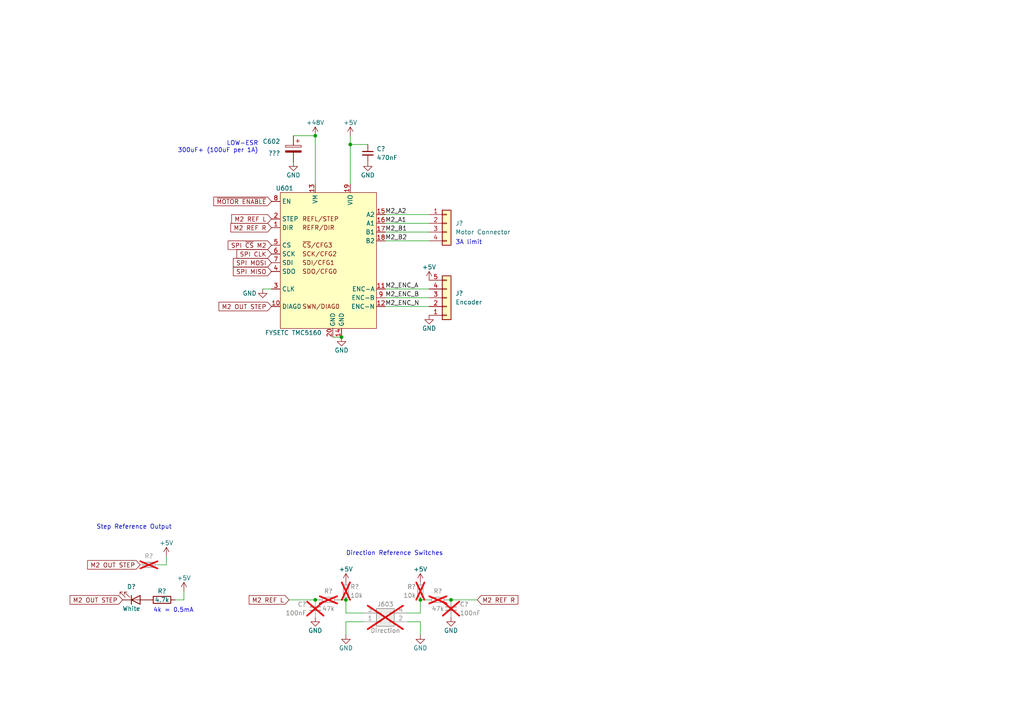
<source format=kicad_sch>
(kicad_sch (version 20230121) (generator eeschema)
  (paper "A4")
  (title_block (title "CAN 3D Printer (4 Motor) - Motor 2") (rev "1") (company "Abit Gray"))
  (lib_symbols
    (symbol "Connector_Generic:Conn_01x04" (pin_names (offset 1.016) hide)
      (property "Reference" "J" (at 0 5.08 0))
      (property "Value" "Conn_01x04" (at 0 -7.62 0))
      (symbol "Conn_01x04_1_1"
        (rectangle (start -1.27 -4.953) (end 0 -5.207) (stroke (width 0.1524)))
        (rectangle (start -1.27 -2.413) (end 0 -2.667) (stroke (width 0.1524)))
        (rectangle (start -1.27 0.127) (end 0 -0.127) (stroke (width 0.1524)))
        (rectangle (start -1.27 2.667) (end 0 2.413) (stroke (width 0.1524)))
        (rectangle (start -1.27 3.81) (end 1.27 -6.35) (stroke (width 0.254)) (fill (type background)))
        (pin passive line (at -5.08 2.54 0) (length 3.81) (name "Pin_1") (number "1"))
        (pin passive line (at -5.08 0 0) (length 3.81) (name "Pin_2") (number "2"))
        (pin passive line (at -5.08 -2.54 0) (length 3.81) (name "Pin_3") (number "3"))
        (pin passive line (at -5.08 -5.08 0) (length 3.81) (name "Pin_4") (number "4"))
      )
    )
    (symbol "Connector_Generic:Conn_01x05" (pin_names (offset 1.016) hide)
      (property "Reference" "J" (at 0 7.62 0))
      (property "Value" "Conn_01x05" (at 0 -7.62 0))
      (symbol "Conn_01x05_1_1"
        (rectangle (start -1.27 -4.953) (end 0 -5.207) (stroke (width 0.1524)))
        (rectangle (start -1.27 -2.413) (end 0 -2.667) (stroke (width 0.1524)))
        (rectangle (start -1.27 0.127) (end 0 -0.127) (stroke (width 0.1524)))
        (rectangle (start -1.27 2.667) (end 0 2.413) (stroke (width 0.1524)))
        (rectangle (start -1.27 5.207) (end 0 4.953) (stroke (width 0.1524)))
        (rectangle (start -1.27 6.35) (end 1.27 -6.35) (stroke (width 0.254)) (fill (type background)))
        (pin passive line (at -5.08 5.08 0) (length 3.81) (name "Pin_1") (number "1"))
        (pin passive line (at -5.08 2.54 0) (length 3.81) (name "Pin_2") (number "2"))
        (pin passive line (at -5.08 0 0) (length 3.81) (name "Pin_3") (number "3"))
        (pin passive line (at -5.08 -2.54 0) (length 3.81) (name "Pin_4") (number "4"))
        (pin passive line (at -5.08 -5.08 0) (length 3.81) (name "Pin_5") (number "5"))
      )
    )
    (symbol "Connector_Generic:Conn_02x02_Odd_Even" (pin_names (offset 1.016) hide)
      (property "Reference" "J" (at 1.27 2.54 0))
      (property "Value" "Conn_02x02_Odd_Even" (at 1.27 -5.08 0))
      (symbol "Conn_02x02_Odd_Even_1_1"
        (rectangle (start -1.27 -2.413) (end 0 -2.667) (stroke (width 0.1524)))
        (rectangle (start -1.27 0.127) (end 0 -0.127) (stroke (width 0.1524)))
        (rectangle (start -1.27 1.27) (end 3.81 -3.81) (stroke (width 0.254)) (fill (type background)))
        (rectangle (start 3.81 -2.413) (end 2.54 -2.667) (stroke (width 0.1524)))
        (rectangle (start 3.81 0.127) (end 2.54 -0.127) (stroke (width 0.1524)))
        (pin passive line (at -5.08 0 0) (length 3.81) (name "Pin_1") (number "1"))
        (pin passive line (at 7.62 0 180) (length 3.81) (name "Pin_2") (number "2"))
        (pin passive line (at -5.08 -2.54 0) (length 3.81) (name "Pin_3") (number "3"))
        (pin passive line (at 7.62 -2.54 180) (length 3.81) (name "Pin_4") (number "4"))
      )
    )
    (symbol "Custom:FYSETC_TMC5160"
      (property "Reference" "U" (at -13.97 6.35 0))
      (property "Value" "FYSETC TMC5160" (at -11.43 -35.56 0))
      (symbol "FYSETC_TMC5160_0_0"
        (pin unspecified line (at -17.78 -5.08 0) (length 2.54) (name "DIR") (number "1"))
        (pin unspecified line (at -17.78 -27.94 0) (length 2.54) (name "DIAG0") (number "10"))
        (pin input line (at 15.24 -22.86 180) (length 2.54) (name "ENC-A") (number "11"))
        (pin input line (at 15.24 -27.94 180) (length 2.54) (name "ENC-N") (number "12"))
        (pin power_in line (at -5.08 7.62 270) (length 2.54) (name "VM") (number "13"))
        (pin power_in line (at 2.54 -36.83 90) (length 2.54) (name "GND") (number "14"))
        (pin power_out line (at 15.24 -1.27 180) (length 2.54) (name "A2") (number "15"))
        (pin power_out line (at 15.24 -3.81 180) (length 2.54) (name "A1") (number "16"))
        (pin power_out line (at 15.24 -6.35 180) (length 2.54) (name "B1") (number "17"))
        (pin power_out line (at 15.24 -8.89 180) (length 2.54) (name "B2") (number "18"))
        (pin power_in line (at 5.08 7.62 270) (length 2.54) (name "VIO") (number "19"))
        (pin unspecified line (at -17.78 -2.54 0) (length 2.54) (name "STEP") (number "2"))
        (pin power_in line (at 0 -36.83 90) (length 2.54) (name "GND") (number "20"))
        (pin input line (at -17.78 -22.86 0) (length 2.54) (name "CLK") (number "3"))
        (pin output line (at -17.78 -17.78 0) (length 2.54) (name "SDO") (number "4"))
        (pin input line (at -17.78 -10.16 0) (length 2.54) (name "CS") (number "5"))
        (pin unspecified line (at -17.78 -12.7 0) (length 2.54) (name "SCK") (number "6"))
        (pin input line (at -17.78 -15.24 0) (length 2.54) (name "SDI") (number "7"))
        (pin input line (at -17.78 2.54 0) (length 2.54) (name "EN") (number "8"))
        (pin input line (at 15.24 -25.4 180) (length 2.54) (name "ENC-B") (number "9"))
      )
      (symbol "FYSETC_TMC5160_1_1"
        (rectangle (start -15.24 5.08) (end 12.7 -34.29) (fill (type background)))
        (text "REFL/STEP" (at -8.89 -2.54 0) (effects (font (size 1.27 1.27)) (justify left)))
        (text "REFR/DIR" (at -8.89 -5.08 0) (effects (font (size 1.27 1.27)) (justify left)))
        (text "SCK/CFG2" (at -8.89 -12.7 0) (effects (font (size 1.27 1.27)) (justify left)))
        (text "SDI/CFG1" (at -8.89 -15.24 0) (effects (font (size 1.27 1.27)) (justify left)))
        (text "SDO/CFG0" (at -8.89 -17.78 0) (effects (font (size 1.27 1.27)) (justify left)))
        (text "SWN/DIAG0" (at -8.89 -27.94 0) (effects (font (size 1.27 1.27)) (justify left)))
        (text "~{CS}/CFG3" (at -8.89 -10.16 0) (effects (font (size 1.27 1.27)) (justify left)))
      )
    )
    (symbol "Device:C_Polarized" (pin_numbers hide) (pin_names (offset 0.254))
      (property "Reference" "C" (at 0.635 2.54 0))
      (property "Value" "C_Polarized" (at 0.635 -2.54 0))
      (symbol "C_Polarized_0_1"
        (rectangle (start -2.286 0.508) (end 2.286 1.016))
        (polyline (pts (xy -1.778 2.286) (xy -0.762 2.286)))
        (polyline (pts (xy -1.27 2.794) (xy -1.27 1.778)))
        (rectangle (start 2.286 -0.508) (end -2.286 -1.016) (fill (type outline)))
      )
      (symbol "C_Polarized_1_1"
        (pin passive line (at 0 3.81 270) (length 2.794) (name "~") (number "1"))
        (pin passive line (at 0 -3.81 90) (length 2.794) (name "~") (number "2"))
      )
    )
    (symbol "Device:C_Small" (pin_numbers hide) (pin_names (offset 0.254) hide)
      (property "Reference" "C" (at 0.254 1.778 0))
      (property "Value" "C_Small" (at 0.254 -2.032 0))
      (symbol "C_Small_0_1"
        (polyline (pts (xy -1.524 -0.508) (xy 1.524 -0.508)) (stroke (width 0.3302)))
        (polyline (pts (xy -1.524 0.508) (xy 1.524 0.508)) (stroke (width 0.3048)))
      )
      (symbol "C_Small_1_1"
        (pin passive line (at 0 2.54 270) (length 2.032) (name "~") (number "1"))
        (pin passive line (at 0 -2.54 90) (length 2.032) (name "~") (number "2"))
      )
    )
    (symbol "Device:LED" (pin_numbers hide) (pin_names (offset 1.016) hide)
      (property "Reference" "D" (at 0 2.54 0))
      (property "Value" "LED" (at 0 -2.54 0))
      (symbol "LED_0_1"
        (polyline (pts (xy -1.27 -1.27) (xy -1.27 1.27)) (stroke (width 0.254)))
        (polyline (pts (xy -1.27 0) (xy 1.27 0)))
        (polyline (pts (xy 1.27 -1.27) (xy 1.27 1.27) (xy -1.27 0) (xy 1.27 -1.27)) (stroke (width 0.254)))
        (polyline (pts (xy -3.048 -0.762) (xy -4.572 -2.286) (xy -3.81 -2.286) (xy -4.572 -2.286) (xy -4.572 -1.524)))
        (polyline (pts (xy -1.778 -0.762) (xy -3.302 -2.286) (xy -2.54 -2.286) (xy -3.302 -2.286) (xy -3.302 -1.524)))
      )
      (symbol "LED_1_1"
        (pin passive line (at -3.81 0 0) (length 2.54) (name "K") (number "1"))
        (pin passive line (at 3.81 0 180) (length 2.54) (name "A") (number "2"))
      )
    )
    (symbol "Device:R" (pin_numbers hide) (pin_names (offset 0))
      (property "Reference" "R" (at 2.032 0 90))
      (property "Value" "R" (at 0 0 90))
      (symbol "R_0_1"
        (rectangle (start -1.016 -2.54) (end 1.016 2.54) (stroke (width 0.254)))
      )
      (symbol "R_1_1"
        (pin passive line (at 0 3.81 270) (length 1.27) (name "~") (number "1"))
        (pin passive line (at 0 -3.81 90) (length 1.27) (name "~") (number "2"))
      )
    )
    (symbol "Device:R_Small" (pin_numbers hide) (pin_names (offset 0.254) hide)
      (property "Reference" "R" (at 0.762 0.508 0))
      (property "Value" "R_Small" (at 0.762 -1.016 0))
      (symbol "R_Small_0_1"
        (rectangle (start -0.762 1.778) (end 0.762 -1.778) (stroke (width 0.2032)))
      )
      (symbol "R_Small_1_1"
        (pin passive line (at 0 2.54 270) (length 0.762) (name "~") (number "1"))
        (pin passive line (at 0 -2.54 90) (length 0.762) (name "~") (number "2"))
      )
    )
    (symbol "power:+48V" (power) (pin_names (offset 0))
      (property "Value" "+48V" (at 0 3.556 0))
      (symbol "+48V_0_1"
        (polyline (pts (xy -0.762 1.27) (xy 0 2.54)))
        (polyline (pts (xy 0 0) (xy 0 2.54)))
        (polyline (pts (xy 0 2.54) (xy 0.762 1.27)))
      )
      (symbol "+48V_1_1"
        (pin power_in line (at 0 0 90) (length 0) hide (name "+48V") (number "1"))
      )
    )
    (symbol "power:+5V" (power) (pin_names (offset 0))
      (property "Value" "+5V" (at 0 3.556 0))
      (symbol "+5V_0_1"
        (polyline (pts (xy -0.762 1.27) (xy 0 2.54)))
        (polyline (pts (xy 0 0) (xy 0 2.54)))
        (polyline (pts (xy 0 2.54) (xy 0.762 1.27)))
      )
      (symbol "+5V_1_1"
        (pin power_in line (at 0 0 90) (length 0) hide (name "+5V") (number "1"))
      )
    )
    (symbol "power:GND" (power) (pin_names (offset 0))
      (property "Value" "GND" (at 0 -3.81 0))
      (symbol "GND_0_1"
        (polyline (pts (xy 0 0) (xy 0 -1.27) (xy 1.27 -1.27) (xy 0 -2.54) (xy -1.27 -1.27) (xy 0 -1.27)))
      )
      (symbol "GND_1_1"
        (pin power_in line (at 0 0 270) (length 0) hide (name "GND") (number "1"))
      )
    )
  )
  (junction (at 91.44 39.37))
  (junction (at 121.92 173.99))
  (junction (at 130.81 173.99))
  (junction (at 91.44 173.99))
  (junction (at 100.33 173.99))
  (junction (at 99.06 97.79))
  (junction (at 101.6 41.91))
  (wire (pts (xy 118.11 180.34) (xy 121.92 180.34)))
  (wire (pts (xy 138.43 173.99) (xy 130.81 173.99)))
  (wire (pts (xy 91.44 39.37) (xy 91.44 53.34)))
  (wire (pts (xy 121.92 180.34) (xy 121.92 184.15)))
  (wire (pts (xy 111.76 64.77) (xy 124.46 64.77)))
  (wire (pts (xy 111.76 83.82) (xy 124.46 83.82)))
  (wire (pts (xy 100.33 177.8) (xy 100.33 173.99)))
  (wire (pts (xy 96.52 97.79) (xy 99.06 97.79)))
  (wire (pts (xy 91.44 173.99) (xy 92.71 173.99)))
  (wire (pts (xy 53.34 171.45) (xy 53.34 173.99)))
  (wire (pts (xy 111.76 88.9) (xy 124.46 88.9)))
  (wire (pts (xy 83.82 173.99) (xy 91.44 173.99)))
  (wire (pts (xy 48.26 161.29) (xy 48.26 163.83)))
  (wire (pts (xy 111.76 67.31) (xy 124.46 67.31)))
  (wire (pts (xy 111.76 69.85) (xy 124.46 69.85)))
  (wire (pts (xy 100.33 180.34) (xy 105.41 180.34)))
  (wire (pts (xy 124.46 173.99) (xy 121.92 173.99)))
  (wire (pts (xy 111.76 62.23) (xy 124.46 62.23)))
  (wire (pts (xy 121.92 177.8) (xy 121.92 173.99)))
  (wire (pts (xy 105.41 177.8) (xy 100.33 177.8)))
  (wire (pts (xy 76.2 83.82) (xy 78.74 83.82)))
  (wire (pts (xy 48.26 163.83) (xy 45.72 163.83)))
  (wire (pts (xy 118.11 177.8) (xy 121.92 177.8)))
  (wire (pts (xy 100.33 184.15) (xy 100.33 180.34)))
  (wire (pts (xy 101.6 41.91) (xy 101.6 53.34)))
  (wire (pts (xy 85.09 39.37) (xy 91.44 39.37)))
  (wire (pts (xy 97.79 173.99) (xy 100.33 173.99)))
  (wire (pts (xy 111.76 86.36) (xy 124.46 86.36)))
  (wire (pts (xy 101.6 41.91) (xy 106.68 41.91)))
  (wire (pts (xy 130.81 173.99) (xy 129.54 173.99)))
  (wire (pts (xy 101.6 39.37) (xy 101.6 41.91)))
  (wire (pts (xy 53.34 173.99) (xy 50.8 173.99)))
  (text "Step Reference Output" (at 27.94 153.67 0) (effects (font (size 1.27 1.27)) (justify left bottom)))
  (text "LOW-ESR\n300uF+ (100uF per 1A)" (at 74.93 44.45 0) (effects (font (size 1.27 1.27)) (justify right bottom)))
  (text "Direction Reference Switches" (at 100.33 161.29 0) (effects (font (size 1.27 1.27)) (justify left bottom)))
  (text "3A limit" (at 132.08 71.12 0) (effects (font (size 1.27 1.27)) (justify left bottom)))
  (text "4k = 0.5mA" (at 44.45 177.8 0) (effects (font (size 1.27 1.27)) (justify left bottom)))
  (label "M2_ENC_N" (at 111.76 88.9 0))
  (label "M2_B1" (at 111.76 67.31 0))
  (label "M2_ENC_B" (at 111.76 86.36 0))
  (label "M2_A2" (at 111.76 62.23 0))
  (label "M2_A1" (at 111.76 64.77 0))
  (label "M2_ENC_A" (at 111.76 83.82 0))
  (label "M2_B2" (at 111.76 69.85 0))
  (global_label "SPI MISO" (shape input) (at 78.74 78.74 180) (property "Intersheetrefs" "${INTERSHEET_REFS}" (effects hide)))
  (global_label "SPI CLK" (shape input) (at 78.74 73.66 180) (property "Intersheetrefs" "${INTERSHEET_REFS}" (effects hide)))
  (global_label "SPI ~{CS} M2" (shape input) (at 78.74 71.12 180) (property "Intersheetrefs" "${INTERSHEET_REFS}" (effects hide)))
  (global_label "M2 OUT STEP" (shape input) (at 35.56 173.99 180) (property "Intersheetrefs" "${INTERSHEET_REFS}" (effects hide)))
  (global_label "SPI MOSI" (shape input) (at 78.74 76.2 180) (property "Intersheetrefs" "${INTERSHEET_REFS}" (effects hide)))
  (global_label "~{MOTOR ENABLE}" (shape input) (at 78.74 58.42 180) (property "Intersheetrefs" "${INTERSHEET_REFS}" (effects hide)))
  (global_label "M2 REF R" (shape input) (at 138.43 173.99 0) (property "Intersheetrefs" "${INTERSHEET_REFS}" (effects hide)))
  (global_label "M2 OUT STEP" (shape input) (at 78.74 88.9 180) (property "Intersheetrefs" "${INTERSHEET_REFS}" (effects hide)))
  (global_label "M2 REF L" (shape input) (at 83.82 173.99 180) (property "Intersheetrefs" "${INTERSHEET_REFS}" (effects hide)))
  (global_label "M2 OUT STEP" (shape input) (at 40.64 163.83 180) (property "Intersheetrefs" "${INTERSHEET_REFS}" (effects hide)))
  (global_label "M2 REF R" (shape input) (at 78.74 66.04 180) (property "Intersheetrefs" "${INTERSHEET_REFS}" (effects hide)))
  (global_label "M2 REF L" (shape input) (at 78.74 63.5 180) (property "Intersheetrefs" "${INTERSHEET_REFS}" (effects hide)))
  (symbol (lib_id "power:GND") (at 85.09 46.99 0) (mirror y) (unit 1)
    (property "Reference" "#PWR?" (effects hide))
    (property "Value" "GND" (at 85.09 50.8 0))
    (instances (project "4MotorCAN" (path "" (reference "#PWR?") (unit 1)) (path "" (reference "#PWR0631") (unit 1)) (path "" (reference "#PWR0731") (unit 1)) (path "" (reference "#PWR0831") (unit 1)) (path "" (reference "#PWR0931") (unit 1))))
  )
  (symbol (lib_id "Device:R_Small") (at 100.33 171.45 0) (mirror x) (unit 1) (in_bom no) (dnp yes)
    (property "Reference" "R?" (at 101.6 170.18 0) (effects (justify left)))
    (property "Value" "10k" (at 101.6 172.72 0) (effects (justify left)))
    (property "Footprint" "Resistor_SMD:R_0603_1608Metric" (effects hide))
    (property "LCSC" "C25804" (effects hide))
    (property "Mouser" "603-AC0603FR-1010KL" (effects hide))
    (instances (project "4MotorCAN" (path "" (reference "R?") (unit 1)) (path "" (reference "R611") (unit 1)) (path "" (reference "R711") (unit 1)) (path "" (reference "R?") (unit 1)) (path "" (reference "R?") (unit 1))))
  )
  (symbol (lib_id "Device:R_Small") (at 95.25 173.99 90) (unit 1) (in_bom no) (dnp yes)
    (property "Reference" "R?" (at 95.25 171.45 90))
    (property "Value" "47k" (at 95.25 176.53 90))
    (property "Footprint" "Resistor_SMD:R_0603_1608Metric" (effects hide))
    (property "LCSC" "C25819" (effects hide))
    (property "Mouser" "660-RK73H1JTTD4702F" (effects hide))
    (instances (project "4MotorCAN" (path "" (reference "R?") (unit 1)) (path "" (reference "R612") (unit 1)) (path "" (reference "R712") (unit 1)) (path "" (reference "R?") (unit 1)) (path "" (reference "R?") (unit 1))))
  )
  (symbol (lib_id "Device:R_Small") (at 43.18 163.83 90) (unit 1) (in_bom no) (dnp yes)
    (property "Reference" "R?" (at 43.18 161.29 90))
    (property "Value" "47k" (at 43.18 163.83 90))
    (property "Footprint" "Resistor_SMD:R_0603_1608Metric" (effects hide))
    (property "LCSC" "C25819" (effects hide))
    (property "Mouser" "660-RK73H1JTTD4702F" (effects hide))
    (instances (project "4MotorCAN" (path "" (reference "R?") (unit 1)) (path "" (reference "R601") (unit 1)) (path "" (reference "R701") (unit 1)) (path "" (reference "R?") (unit 1)) (path "" (reference "R?") (unit 1))))
  )
  (symbol (lib_id "Device:C_Small") (at 130.81 176.53 0) (unit 1) (in_bom no) (dnp yes)
    (property "Reference" "C?" (at 133.35 175.2663 0) (effects (justify left)))
    (property "Value" "100nF" (at 133.35 177.8063 0) (effects (justify left)))
    (property "Footprint" "Capacitor_SMD:C_0402_1005Metric" (effects hide))
    (property "LCSC" "C60474" (effects hide))
    (instances (project "4MotorCAN" (path "" (reference "C?") (unit 1)) (path "" (reference "C612") (unit 1)) (path "" (reference "C712") (unit 1)) (path "" (reference "C?") (unit 1)) (path "" (reference "C?") (unit 1))))
  )
  (symbol (lib_id "Device:R_Small") (at 127 173.99 270) (mirror x) (unit 1) (in_bom no) (dnp yes)
    (property "Reference" "R?" (at 127 171.45 90))
    (property "Value" "47k" (at 127 176.53 90))
    (property "Footprint" "Resistor_SMD:R_0603_1608Metric" (effects hide))
    (property "LCSC" "C25819" (effects hide))
    (property "Mouser" "660-RK73H1JTTD4702F" (effects hide))
    (instances (project "4MotorCAN" (path "" (reference "R?") (unit 1)) (path "" (reference "R614") (unit 1)) (path "" (reference "R714") (unit 1)) (path "" (reference "R?") (unit 1)) (path "" (reference "R?") (unit 1))))
  )
  (symbol (lib_id "power:+5V") (at 53.34 171.45 0) (unit 1)
    (property "Reference" "#PWR0601" (effects hide))
    (property "Value" "+5V" (at 53.34 167.64 0))
    (instances (project "4MotorCAN" (path "" (reference "#PWR0601") (unit 1)) (path "" (reference "#PWR0136") (unit 1)) (path "" (reference "#PWR0826") (unit 1)) (path "" (reference "#PWR0926") (unit 1))))
  )
  (symbol (lib_id "Device:C_Small") (at 106.68 44.45 0) (unit 1)
    (property "Reference" "C?" (at 109.22 43.1863 0) (effects (justify left)))
    (property "Value" "470nF" (at 109.22 45.7263 0) (effects (justify left)))
    (property "Footprint" "Capacitor_SMD:C_0603_1608Metric" (effects hide))
    (property "LCSC" "C1623" (effects hide))
    (instances (project "4MotorCAN" (path "" (reference "C?") (unit 1)) (path "" (reference "C601") (unit 1)) (path "" (reference "C701") (unit 1)) (path "" (reference "C?") (unit 1)) (path "" (reference "C?") (unit 1))))
  )
  (symbol (lib_id "Connector_Generic:Conn_01x05") (at 129.54 86.36 0) (mirror x) (unit 1)
    (property "Reference" "J?" (at 132.08 85.09 0) (effects (justify left)))
    (property "Value" "Encoder" (at 132.08 87.63 0) (effects (justify left)))
    (property "Footprint" "Connector_JST:JST_XH_B5B-XH-A_1x05_P2.50mm_Vertical" (effects hide))
    (property "LCSC" "C5306531" (effects hide))
    (instances (project "4MotorCAN" (path "" (reference "J?") (unit 1)) (path "" (reference "J602") (unit 1)) (path "" (reference "J702") (unit 1)) (path "" (reference "J?") (unit 1)) (path "" (reference "J?") (unit 1))))
  )
  (symbol (lib_id "power:GND") (at 130.81 179.07 0) (mirror y) (unit 1)
    (property "Reference" "#PWR?" (effects hide))
    (property "Value" "GND" (at 130.81 182.88 0))
    (instances (project "4MotorCAN" (path "" (reference "#PWR?") (unit 1)) (path "" (reference "#PWR0622") (unit 1)) (path "" (reference "#PWR0716") (unit 1)) (path "" (reference "#PWR0816") (unit 1)) (path "" (reference "#PWR0916") (unit 1))))
  )
  (symbol (lib_id "Connector_Generic:Conn_02x02_Odd_Even") (at 110.49 180.34 0) (mirror x) (unit 1) (in_bom no) (dnp yes)
    (property "Reference" "J603" (at 111.76 175.26 0))
    (property "Value" "Direction" (at 111.76 182.88 0))
    (property "Footprint" "Connector_PinHeader_2.54mm:PinHeader_2x02_P2.54mm_Vertical" (effects hide))
    (property "LCSC" "-" (effects hide))
    (property "Mouser" "-" (effects hide))
    (instances (project "4MotorCAN" (path "" (reference "J603") (unit 1)) (path "" (reference "J703") (unit 1))))
  )
  (symbol (lib_id "power:GND") (at 106.68 46.99 0) (unit 1)
    (property "Reference" "#PWR?" (effects hide))
    (property "Value" "GND" (at 106.68 50.8 0))
    (instances (project "4MotorCAN" (path "" (reference "#PWR?") (unit 1)) (path "" (reference "#PWR0615") (unit 1)) (path "" (reference "#PWR0722") (unit 1)) (path "" (reference "#PWR0822") (unit 1)) (path "" (reference "#PWR0922") (unit 1))))
  )
  (symbol (lib_id "power:+5V") (at 100.33 168.91 0) (unit 1)
    (property "Reference" "#PWR0619" (effects hide))
    (property "Value" "+5V" (at 100.33 165.1 0))
    (instances (project "4MotorCAN" (path "" (reference "#PWR0619") (unit 1)) (path "" (reference "#PWR0726") (unit 1)) (path "" (reference "#PWR0826") (unit 1)) (path "" (reference "#PWR0926") (unit 1))))
  )
  (symbol (lib_id "power:GND") (at 121.92 184.15 0) (mirror y) (unit 1)
    (property "Reference" "#PWR?" (effects hide))
    (property "Value" "GND" (at 121.92 187.96 0))
    (instances (project "4MotorCAN" (path "" (reference "#PWR?") (unit 1)) (path "" (reference "#PWR0624") (unit 1)) (path "" (reference "#PWR0720") (unit 1)) (path "" (reference "#PWR0820") (unit 1)) (path "" (reference "#PWR0920") (unit 1))))
  )
  (symbol (lib_id "power:+5V") (at 48.26 161.29 0) (unit 1)
    (property "Reference" "#PWR0618" (effects hide))
    (property "Value" "+5V" (at 48.26 157.48 0))
    (instances (project "4MotorCAN" (path "" (reference "#PWR0618") (unit 1)) (path "" (reference "#PWR0137") (unit 1)) (path "" (reference "#PWR0826") (unit 1)) (path "" (reference "#PWR0926") (unit 1))))
  )
  (symbol (lib_id "power:GND") (at 91.44 179.07 0) (unit 1)
    (property "Reference" "#PWR?" (effects hide))
    (property "Value" "GND" (at 91.44 182.88 0))
    (instances (project "4MotorCAN" (path "" (reference "#PWR?") (unit 1)) (path "" (reference "#PWR0621") (unit 1)) (path "" (reference "#PWR0709") (unit 1)) (path "" (reference "#PWR0809") (unit 1)) (path "" (reference "#PWR0909") (unit 1))))
  )
  (symbol (lib_id "Device:C_Small") (at 91.44 176.53 0) (mirror y) (unit 1) (in_bom no) (dnp yes)
    (property "Reference" "C?" (at 88.9 175.2663 0) (effects (justify left)))
    (property "Value" "100nF" (at 88.9 177.8063 0) (effects (justify left)))
    (property "Footprint" "Capacitor_SMD:C_0402_1005Metric" (effects hide))
    (property "LCSC" "C60474" (effects hide))
    (instances (project "4MotorCAN" (path "" (reference "C?") (unit 1)) (path "" (reference "C611") (unit 1)) (path "" (reference "C711") (unit 1)) (path "" (reference "C?") (unit 1)) (path "" (reference "C?") (unit 1))))
  )
  (symbol (lib_id "Connector_Generic:Conn_01x04") (at 129.54 64.77 0) (unit 1)
    (property "Reference" "J?" (at 132.08 64.77 0) (effects (justify left)))
    (property "Value" "Motor Connector" (at 132.08 67.31 0) (effects (justify left)))
    (property "Footprint" "Connector_JST:JST_XH_B4B-XH-A_1x04_P2.50mm_Vertical" (effects hide))
    (property "LCSC" "C594232" (effects hide))
    (instances (project "4MotorCAN" (path "" (reference "J?") (unit 1)) (path "" (reference "J601") (unit 1)) (path "" (reference "J701") (unit 1)) (path "" (reference "J?") (unit 1)) (path "" (reference "J?") (unit 1))))
  )
  (symbol (lib_id "power:+5V") (at 121.92 168.91 0) (mirror y) (unit 1)
    (property "Reference" "#PWR0623" (effects hide))
    (property "Value" "+5V" (at 121.92 165.1 0))
    (instances (project "4MotorCAN" (path "" (reference "#PWR0623") (unit 1)) (path "" (reference "#PWR0105") (unit 1)) (path "" (reference "#PWR0826") (unit 1)) (path "" (reference "#PWR0926") (unit 1))))
  )
  (symbol (lib_id "power:GND") (at 99.06 97.79 0) (unit 1)
    (property "Reference" "#PWR?" (effects hide))
    (property "Value" "GND" (at 99.06 101.6 0))
    (instances (project "4MotorCAN" (path "" (reference "#PWR?") (unit 1)) (path "" (reference "#PWR0628") (unit 1)) (path "" (reference "#PWR0708") (unit 1)) (path "" (reference "#PWR0808") (unit 1)) (path "" (reference "#PWR0908") (unit 1))))
  )
  (symbol (lib_id "Device:C_Polarized") (at 85.09 43.18 0) (mirror y) (unit 1)
    (property "Reference" "C602" (at 81.28 41.021 0) (effects (justify left)))
    (property "Value" "???" (at 81.28 44.45 0) (effects (justify left)))
    (property "Footprint" "Capacitor_THT:CP_Radial_D6.3mm_P2.50mm" (effects hide))
    (instances (project "4MotorCAN" (path "" (reference "C602") (unit 1)) (path "" (reference "C702") (unit 1)) (path "" (reference "C?") (unit 1)) (path "" (reference "C?") (unit 1))))
  )
  (symbol (lib_id "Device:LED") (at 39.37 173.99 0) (mirror x) (unit 1)
    (property "Reference" "D?" (at 38.1 170.18 0))
    (property "Value" "White" (at 38.1 176.53 0))
    (property "Footprint" "LED_SMD:LED_0402_1005Metric" (effects hide))
    (property "Mouser" "720-LWQH8G-Q2S2-3K5L" (effects hide))
    (property "LCSC" "C434448" (effects hide))
    (instances (project "Head" (path "" (reference "D?") (unit 1))) (project "4MotorCAN" (path "" (reference "D104") (unit 1)) (path "" (reference "D?") (unit 1)) (path "" (reference "D?") (unit 1)) (path "" (reference "D601") (unit 1)) (path "" (reference "D701") (unit 1))))
  )
  (symbol (lib_id "Device:R") (at 46.99 173.99 90) (unit 1)
    (property "Reference" "R?" (at 46.99 171.45 90))
    (property "Value" "4.7k" (at 46.99 173.99 90))
    (property "Footprint" "Resistor_SMD:R_0603_1608Metric" (effects hide))
    (property "LCSC" "C23162" (effects hide))
    (instances (project "Head" (path "" (reference "R?") (unit 1))) (project "4MotorCAN" (path "" (reference "R104") (unit 1)) (path "" (reference "R?") (unit 1)) (path "" (reference "R?") (unit 1)) (path "" (reference "R602") (unit 1)) (path "" (reference "R702") (unit 1))))
  )
  (symbol (lib_id "Custom:FYSETC_TMC5160") (at 96.52 60.96 0) (unit 1)
    (property "Reference" "U601" (at 82.55 54.61 0))
    (property "Value" "FYSETC TMC5160" (at 85.09 96.52 0))
    (property "Footprint" "Custom:FYSETC TMC5160" (effects hide))
    (property "Datasheet" "https://www.aliexpress.com/item/1005004054476007.html" (effects hide))
    (property "LCSC" "-" (effects hide))
    (property "Mouser" "-" (effects hide))
    (instances (project "4MotorCAN" (path "" (reference "U601") (unit 1)) (path "" (reference "U701") (unit 1))))
  )
  (symbol (lib_id "power:+48V") (at 91.44 39.37 0) (unit 1)
    (property "Reference" "#PWR0204" (effects hide))
    (property "Value" "+48V" (at 91.44 35.56 0))
    (instances (project "4MotorCAN" (path "" (reference "#PWR0204") (unit 1)) (path "" (reference "#PWR0113") (unit 1)) (path "" (reference "#PWR0701") (unit 1))))
  )
  (symbol (lib_id "power:GND") (at 76.2 83.82 0) (unit 1)
    (property "Reference" "#PWR?" (effects hide))
    (property "Value" "GND" (at 72.39 85.09 0))
    (instances (project "4MotorCAN" (path "" (reference "#PWR?") (unit 1)) (path "" (reference "#PWR0636") (unit 1)) (path "" (reference "#PWR0706") (unit 1)) (path "" (reference "#PWR0806") (unit 1)) (path "" (reference "#PWR0906") (unit 1))))
  )
  (symbol (lib_id "power:GND") (at 100.33 184.15 0) (unit 1)
    (property "Reference" "#PWR?" (effects hide))
    (property "Value" "GND" (at 100.33 187.96 0))
    (instances (project "4MotorCAN" (path "" (reference "#PWR?") (unit 1)) (path "" (reference "#PWR0620") (unit 1)) (path "" (reference "#PWR0712") (unit 1)) (path "" (reference "#PWR0812") (unit 1)) (path "" (reference "#PWR0912") (unit 1))))
  )
  (symbol (lib_id "power:+5V") (at 101.6 39.37 0) (unit 1)
    (property "Reference" "#PWR0634" (effects hide))
    (property "Value" "+5V" (at 101.6 35.56 0))
    (instances (project "4MotorCAN" (path "" (reference "#PWR0634") (unit 1)) (path "" (reference "#PWR0143") (unit 1)) (path "" (reference "#PWR0826") (unit 1)) (path "" (reference "#PWR0926") (unit 1))))
  )
  (symbol (lib_id "power:GND") (at 124.46 91.44 0) (unit 1)
    (property "Reference" "#PWR?" (effects hide))
    (property "Value" "GND" (at 124.46 95.25 0))
    (instances (project "4MotorCAN" (path "" (reference "#PWR?") (unit 1)) (path "" (reference "#PWR0627") (unit 1)) (path "" (reference "#PWR0727") (unit 1)) (path "" (reference "#PWR0827") (unit 1)) (path "" (reference "#PWR0927") (unit 1))))
  )
  (symbol (lib_id "power:+5V") (at 124.46 81.28 0) (unit 1)
    (property "Reference" "#PWR0626" (effects hide))
    (property "Value" "+5V" (at 124.46 77.47 0))
    (instances (project "4MotorCAN" (path "" (reference "#PWR0626") (unit 1)) (path "" (reference "#PWR0142") (unit 1)) (path "" (reference "#PWR0826") (unit 1)) (path "" (reference "#PWR0926") (unit 1))))
  )
  (symbol (lib_id "Device:R_Small") (at 121.92 171.45 180) (unit 1) (in_bom no) (dnp yes)
    (property "Reference" "R?" (at 120.65 170.18 0) (effects (justify left)))
    (property "Value" "10k" (at 120.65 172.72 0) (effects (justify left)))
    (property "Footprint" "Resistor_SMD:R_0603_1608Metric" (effects hide))
    (property "LCSC" "C25804" (effects hide))
    (property "Mouser" "603-AC0603FR-1010KL" (effects hide))
    (instances (project "4MotorCAN" (path "" (reference "R?") (unit 1)) (path "" (reference "R613") (unit 1)) (path "" (reference "R713") (unit 1)) (path "" (reference "R?") (unit 1)) (path "" (reference "R?") (unit 1))))
  )
)
</source>
